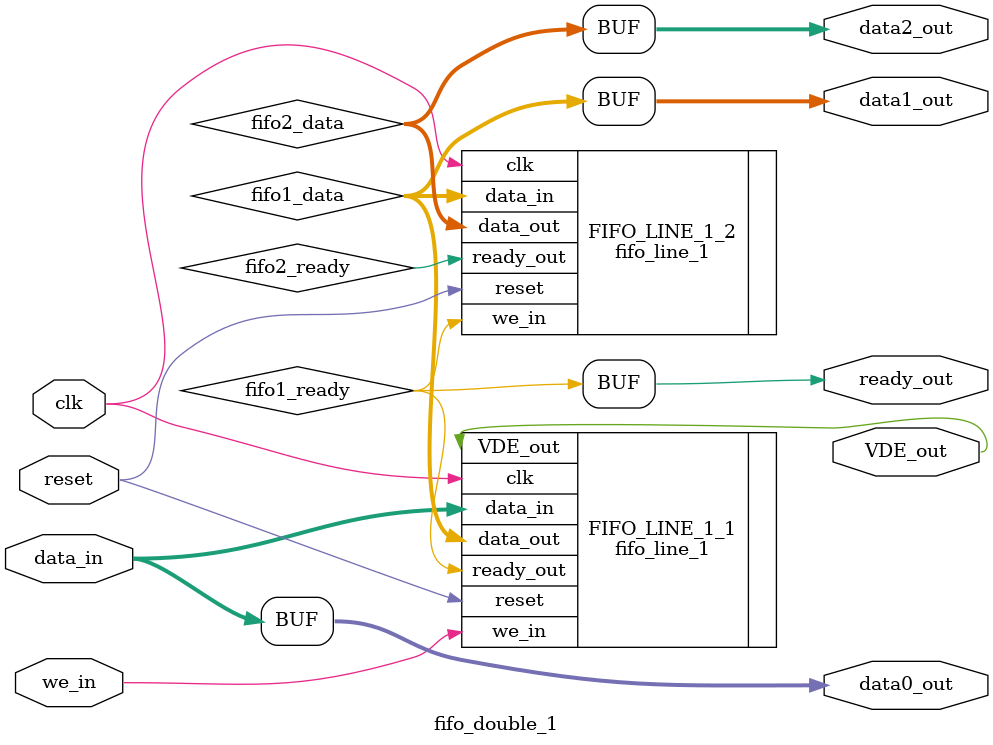
<source format=v>
`timescale 1ns / 1ps


module fifo_double_1(
    input clk,
    input reset,
    
    input we_in,
    input [7:0] data_in,
    
    output [7:0] data0_out,
    output [7:0] data1_out,
    output [7:0] data2_out,

    output VDE_out,
    
    output ready_out
    );

wire [7:0] fifo1_data, fifo2_data;
wire fifo1_ready, fifo2_ready;

assign data0_out = data_in;
assign data1_out = fifo1_data;
assign data2_out = fifo2_data;

assign ready_out = fifo1_ready;

fifo_line_1 FIFO_LINE_1_1(
    .clk(clk),
    .reset(reset),
    .we_in(we_in),
    .data_in(data_in),
    .data_out(fifo1_data),
    .ready_out(fifo1_ready),
    .VDE_out(VDE_out)
    );
    
fifo_line_1 FIFO_LINE_1_2(
    .clk(clk),
    .reset(reset),
    .we_in(fifo1_ready),
    .data_in(fifo1_data),
    .data_out(fifo2_data),
    .ready_out(fifo2_ready)
    );

endmodule

</source>
